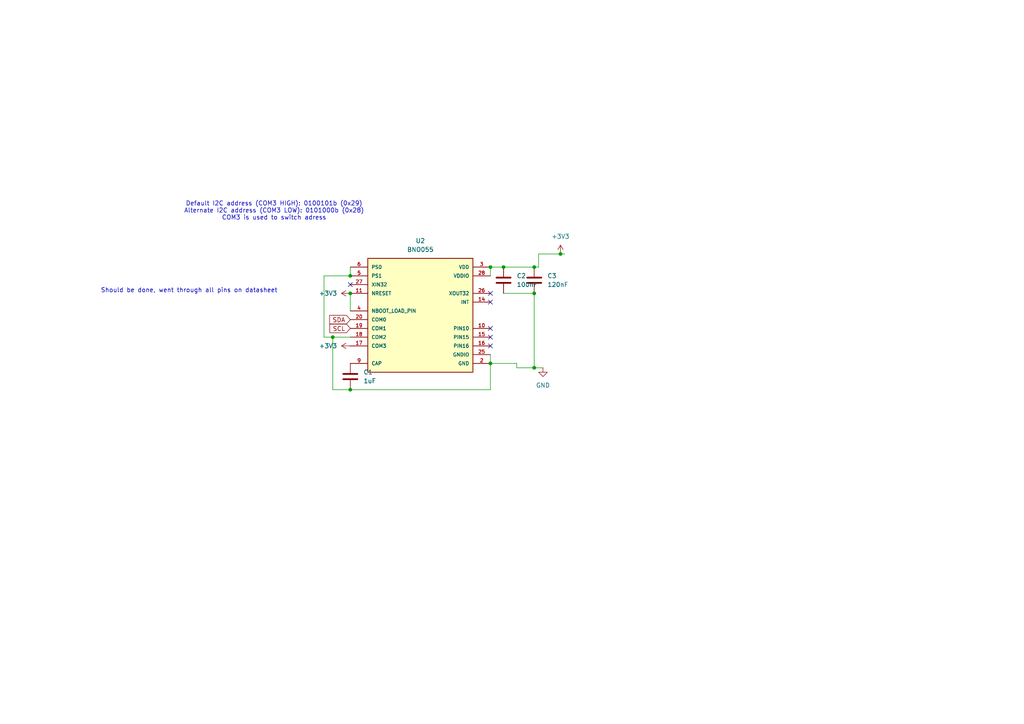
<source format=kicad_sch>
(kicad_sch (version 20250114) (generator "eeschema") (generator_version "9.0")
  (paper "A4")
  (lib_symbols
    (symbol "Device:C" (pin_numbers (hide yes)) (pin_names (offset 0.254))
      (property "Reference" "C" (at 0.635 2.54 0))
      (property "Value" "C" (at 0.635 -2.54 0))
      (symbol "C_0_1"
        (polyline (pts (xy -2.032 0.762) (xy 2.032 0.762)) (stroke (width 0.508)))
        (polyline (pts (xy -2.032 -0.762) (xy 2.032 -0.762)) (stroke (width 0.508)))
      )
      (symbol "C_1_1"
        (pin passive line (at 0 3.81 270) (length 2.794) (name "~") (number "1"))
        (pin passive line (at 0 -3.81 90) (length 2.794) (name "~") (number "2"))
      )
    )
    (symbol "SRAD:BNO055" (pin_names (offset 1.016))
      (property "Reference" "U" (at -14.7397 15.7562 0))
      (property "Value" "BNO055" (at -14.7607 -19.5962 0))
      (symbol "BNO055_0_0"
        (rectangle (start -15.24 15.24) (end 15.24 -17.78) (stroke (width 0.254)) (fill (type background)))
        (pin input line (at -20.32 12.7 0) (length 5.08) (name "PS0") (number "6"))
        (pin input line (at -20.32 10.16 0) (length 5.08) (name "PS1") (number "5"))
        (pin input line (at -20.32 7.62 0) (length 5.08) (name "XIN32") (number "27"))
        (pin input line (at -20.32 5.08 0) (length 5.08) (name "NRESET") (number "11"))
        (pin bidirectional line (at -20.32 0 0) (length 5.08) (name "NBOOT_LOAD_PIN") (number "4"))
        (pin bidirectional line (at -20.32 -2.54 0) (length 5.08) (name "COM0") (number "20"))
        (pin bidirectional line (at -20.32 -5.08 0) (length 5.08) (name "COM1") (number "19"))
        (pin bidirectional line (at -20.32 -7.62 0) (length 5.08) (name "COM2") (number "18"))
        (pin bidirectional line (at -20.32 -10.16 0) (length 5.08) (name "COM3") (number "17"))
        (pin passive line (at -20.32 -15.24 0) (length 5.08) (name "CAP") (number "9"))
        (pin power_in line (at 20.32 12.7 180) (length 5.08) (name "VDD") (number "3"))
        (pin power_in line (at 20.32 10.16 180) (length 5.08) (name "VDDIO") (number "28"))
        (pin output line (at 20.32 5.08 180) (length 5.08) (name "XOUT32") (number "26"))
        (pin output line (at 20.32 2.54 180) (length 5.08) (name "INT") (number "14"))
        (pin power_in line (at 20.32 -5.08 180) (length 5.08) (name "PIN10") (number "10"))
        (pin power_in line (at 20.32 -7.62 180) (length 5.08) (name "PIN15") (number "15"))
        (pin power_in line (at 20.32 -10.16 180) (length 5.08) (name "PIN16") (number "16"))
        (pin power_in line (at 20.32 -12.7 180) (length 5.08) (name "GNDIO") (number "25"))
        (pin power_in line (at 20.32 -15.24 180) (length 5.08) (name "GND") (number "2"))
      )
    )
    (symbol "power:+3V3" (power) (pin_numbers (hide yes)) (pin_names (offset 0) (hide yes))
      (property "Value" "+3V3" (at 0 3.556 0))
      (symbol "+3V3_0_1"
        (polyline (pts (xy -0.762 1.27) (xy 0 2.54)))
        (polyline (pts (xy 0 2.54) (xy 0.762 1.27)))
        (polyline (pts (xy 0 0) (xy 0 2.54)))
      )
      (symbol "+3V3_1_1"
        (pin power_in line (at 0 0 90) (length 0) (name "~") (number "1"))
      )
    )
    (symbol "power:GND" (power) (pin_numbers (hide yes)) (pin_names (offset 0) (hide yes))
      (property "Value" "GND" (at 0 -3.81 0))
      (symbol "GND_0_1"
        (polyline (pts (xy 0 0) (xy 0 -1.27) (xy 1.27 -1.27) (xy 0 -2.54) (xy -1.27 -1.27) (xy 0 -1.27)))
      )
      (symbol "GND_1_1"
        (pin power_in line (at 0 0 270) (length 0) (name "~") (number "1"))
      )
    )
  )
  (text "Default I2C address (COM3 HIGH): 0100101b (0x29)\nAlternate I2C address (COM3 LOW): 0101000b (0x28)\nCOM3 is used to switch adress" (at 79.502 61.214 0) (effects (font (size 1.27 1.27))))
  (text "Should be done, went through all pins on datasheet\n" (at 54.864 84.328 0) (effects (font (size 1.27 1.27))))
  (junction (at 154.94 77.47))
  (junction (at 101.6 85.09))
  (junction (at 96.52 97.79))
  (junction (at 142.24 77.47))
  (junction (at 146.05 77.47))
  (junction (at 154.94 85.09))
  (junction (at 142.24 105.41))
  (junction (at 101.6 80.01))
  (junction (at 101.6 113.03))
  (junction (at 154.94 106.68))
  (junction (at 162.56 73.66))
  (no_connect (at 142.24 95.25))
  (no_connect (at 142.24 97.79))
  (no_connect (at 142.24 85.09))
  (no_connect (at 101.6 82.55))
  (no_connect (at 142.24 100.33))
  (no_connect (at 142.24 87.63))
  (wire (pts (xy 142.24 77.47) (xy 142.24 80.01)))
  (wire (pts (xy 146.05 85.09) (xy 154.94 85.09)))
  (wire (pts (xy 142.24 113.03) (xy 142.24 105.41)))
  (wire (pts (xy 101.6 80.01) (xy 93.98 80.01)))
  (wire (pts (xy 142.24 105.41) (xy 149.86 105.41)))
  (wire (pts (xy 96.52 113.03) (xy 101.6 113.03)))
  (wire (pts (xy 157.48 106.68) (xy 154.94 106.68)))
  (wire (pts (xy 146.05 77.47) (xy 154.94 77.47)))
  (wire (pts (xy 142.24 102.87) (xy 142.24 105.41)))
  (wire (pts (xy 101.6 85.09) (xy 101.6 90.17)))
  (wire (pts (xy 156.21 73.66) (xy 156.21 77.47)))
  (wire (pts (xy 101.6 113.03) (xy 142.24 113.03)))
  (wire (pts (xy 154.94 85.09) (xy 154.94 106.68)))
  (wire (pts (xy 93.98 80.01) (xy 93.98 97.79)))
  (wire (pts (xy 154.94 77.47) (xy 156.21 77.47)))
  (wire (pts (xy 96.52 97.79) (xy 96.52 113.03)))
  (wire (pts (xy 149.86 106.68) (xy 149.86 105.41)))
  (wire (pts (xy 154.94 106.68) (xy 149.86 106.68)))
  (wire (pts (xy 101.6 97.79) (xy 96.52 97.79)))
  (wire (pts (xy 142.24 77.47) (xy 146.05 77.47)))
  (wire (pts (xy 156.21 73.66) (xy 162.56 73.66)))
  (wire (pts (xy 93.98 97.79) (xy 96.52 97.79)))
  (wire (pts (xy 101.6 77.47) (xy 101.6 80.01)))
  (wire (pts (xy 162.56 73.66) (xy 163.83 73.66)))
  (global_label "SDA" (shape input) (at 101.6 92.71 180) (property "Intersheetrefs" "${INTERSHEET_REFS}" (effects (hide yes))))
  (global_label "SCL" (shape input) (at 101.6 95.25 180) (property "Intersheetrefs" "${INTERSHEET_REFS}" (effects (hide yes))))
  (symbol (lib_id "power:+3V3") (at 162.56 73.66 0) (unit 1)
    (property "Reference" "#PWR06" (effects (hide yes)))
    (property "Value" "+3V3" (at 162.56 68.58 0))
    (property "Description" "Power symbol creates a global label with name \"+3V3\"" (effects (hide yes)))
  )
  (symbol (lib_id "Device:C") (at 101.6 109.22 180) (unit 1)
    (property "Reference" "C1" (at 105.41 107.9499 0) (effects (justify right)))
    (property "Value" "1uF" (at 105.41 110.4899 0) (effects (justify right)))
    (property "Description" "Unpolarized capacitor" (effects (hide yes)))
  )
  (symbol (lib_id "power:+3V3") (at 101.6 100.33 90) (unit 1)
    (property "Reference" "#PWR019" (effects (hide yes)))
    (property "Value" "+3V3" (at 97.79 100.3299 90) (effects (justify left)))
    (property "Description" "Power symbol creates a global label with name \"+3V3\"" (effects (hide yes)))
  )
  (symbol (lib_id "Device:C") (at 146.05 81.28 0) (unit 1)
    (property "Reference" "C2" (at 149.86 80.0099 0) (effects (justify left)))
    (property "Value" "100nF" (at 149.86 82.5499 0) (effects (justify left)))
    (property "Description" "Unpolarized capacitor" (effects (hide yes)))
  )
  (symbol (lib_id "SRAD:BNO055") (at 121.92 90.17 0) (unit 1)
    (property "Reference" "U2" (at 121.92 69.85 0))
    (property "Value" "BNO055" (at 121.92 72.39 0))
    (property "Footprint" "BNO055:LGA28R50P4X10_380X520X100" (effects (hide yes)))
    (property "MANUFACTURER" "BOSCH" (effects (hide yes)))
  )
  (symbol (lib_id "power:GND") (at 157.48 106.68 0) (unit 1)
    (property "Reference" "#PWR07" (effects (hide yes)))
    (property "Value" "GND" (at 157.48 111.76 0))
    (property "Description" "Power symbol creates a global label with name \"GND\" , ground" (effects (hide yes)))
  )
  (symbol (lib_id "power:+3V3") (at 101.6 85.09 90) (unit 1)
    (property "Reference" "#PWR08" (effects (hide yes)))
    (property "Value" "+3V3" (at 97.79 85.0899 90) (effects (justify left)))
    (property "Description" "Power symbol creates a global label with name \"+3V3\"" (effects (hide yes)))
  )
  (symbol (lib_id "Device:C") (at 154.94 81.28 0) (unit 1)
    (property "Reference" "C3" (at 158.75 80.0099 0) (effects (justify left)))
    (property "Value" "120nF" (at 158.75 82.5499 0) (effects (justify left)))
    (property "Description" "Unpolarized capacitor" (effects (hide yes)))
  )
)
</source>
